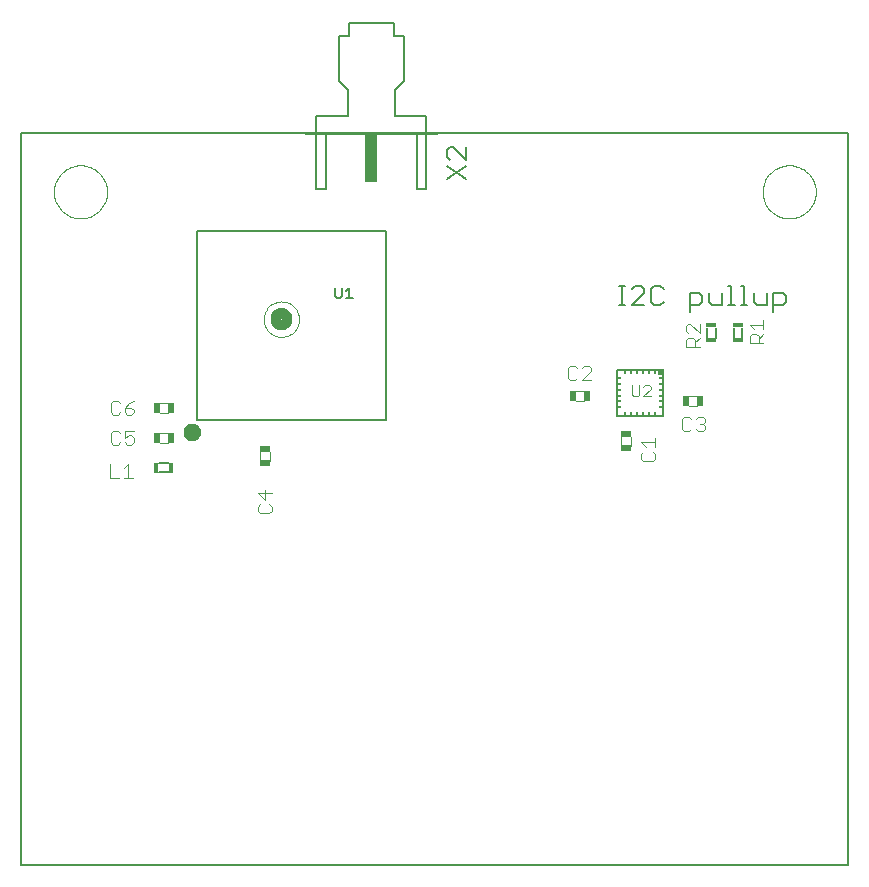
<source format=gto>
G75*
G70*
%OFA0B0*%
%FSLAX24Y24*%
%IPPOS*%
%LPD*%
%AMOC8*
5,1,8,0,0,1.08239X$1,22.5*
%
%ADD10C,0.0000*%
%ADD11C,0.0060*%
%ADD12C,0.0050*%
%ADD13C,0.0080*%
%ADD14R,0.0098X0.0167*%
%ADD15R,0.0167X0.0098*%
%ADD16R,0.0197X0.0197*%
%ADD17C,0.0030*%
%ADD18R,0.0340X0.0160*%
%ADD19C,0.0040*%
%ADD20R,0.0374X0.0197*%
%ADD21R,0.0197X0.0374*%
%ADD22C,0.0320*%
%ADD23C,0.0070*%
%ADD24R,0.0394X0.1604*%
%ADD25R,0.0160X0.0340*%
D10*
X000180Y000500D02*
X000180Y024909D01*
X027739Y024909D01*
X027739Y000500D01*
X000180Y000500D01*
X008254Y018697D02*
X008256Y018745D01*
X008262Y018793D01*
X008272Y018840D01*
X008285Y018886D01*
X008303Y018931D01*
X008323Y018975D01*
X008348Y019017D01*
X008376Y019056D01*
X008406Y019093D01*
X008440Y019127D01*
X008477Y019159D01*
X008515Y019188D01*
X008556Y019213D01*
X008599Y019235D01*
X008644Y019253D01*
X008690Y019267D01*
X008737Y019278D01*
X008785Y019285D01*
X008833Y019288D01*
X008881Y019287D01*
X008929Y019282D01*
X008977Y019273D01*
X009023Y019261D01*
X009068Y019244D01*
X009112Y019224D01*
X009154Y019201D01*
X009194Y019174D01*
X009232Y019144D01*
X009267Y019111D01*
X009299Y019075D01*
X009329Y019037D01*
X009355Y018996D01*
X009377Y018953D01*
X009397Y018909D01*
X009412Y018864D01*
X009424Y018817D01*
X009432Y018769D01*
X009436Y018721D01*
X009436Y018673D01*
X009432Y018625D01*
X009424Y018577D01*
X009412Y018530D01*
X009397Y018485D01*
X009377Y018441D01*
X009355Y018398D01*
X009329Y018357D01*
X009299Y018319D01*
X009267Y018283D01*
X009232Y018250D01*
X009194Y018220D01*
X009154Y018193D01*
X009112Y018170D01*
X009068Y018150D01*
X009023Y018133D01*
X008977Y018121D01*
X008929Y018112D01*
X008881Y018107D01*
X008833Y018106D01*
X008785Y018109D01*
X008737Y018116D01*
X008690Y018127D01*
X008644Y018141D01*
X008599Y018159D01*
X008556Y018181D01*
X008515Y018206D01*
X008477Y018235D01*
X008440Y018267D01*
X008406Y018301D01*
X008376Y018338D01*
X008348Y018377D01*
X008323Y018419D01*
X008303Y018463D01*
X008285Y018508D01*
X008272Y018554D01*
X008262Y018601D01*
X008256Y018649D01*
X008254Y018697D01*
X009637Y024875D02*
X014037Y024875D01*
X024885Y022941D02*
X024887Y023000D01*
X024893Y023059D01*
X024903Y023117D01*
X024916Y023175D01*
X024934Y023232D01*
X024955Y023287D01*
X024980Y023341D01*
X025009Y023393D01*
X025041Y023442D01*
X025076Y023490D01*
X025114Y023535D01*
X025155Y023578D01*
X025199Y023618D01*
X025245Y023654D01*
X025294Y023688D01*
X025345Y023718D01*
X025398Y023745D01*
X025453Y023768D01*
X025508Y023787D01*
X025566Y023803D01*
X025624Y023815D01*
X025682Y023823D01*
X025741Y023827D01*
X025801Y023827D01*
X025860Y023823D01*
X025918Y023815D01*
X025976Y023803D01*
X026034Y023787D01*
X026089Y023768D01*
X026144Y023745D01*
X026197Y023718D01*
X026248Y023688D01*
X026297Y023654D01*
X026343Y023618D01*
X026387Y023578D01*
X026428Y023535D01*
X026466Y023490D01*
X026501Y023442D01*
X026533Y023393D01*
X026562Y023341D01*
X026587Y023287D01*
X026608Y023232D01*
X026626Y023175D01*
X026639Y023117D01*
X026649Y023059D01*
X026655Y023000D01*
X026657Y022941D01*
X026655Y022882D01*
X026649Y022823D01*
X026639Y022765D01*
X026626Y022707D01*
X026608Y022650D01*
X026587Y022595D01*
X026562Y022541D01*
X026533Y022489D01*
X026501Y022440D01*
X026466Y022392D01*
X026428Y022347D01*
X026387Y022304D01*
X026343Y022264D01*
X026297Y022228D01*
X026248Y022194D01*
X026197Y022164D01*
X026144Y022137D01*
X026089Y022114D01*
X026034Y022095D01*
X025976Y022079D01*
X025918Y022067D01*
X025860Y022059D01*
X025801Y022055D01*
X025741Y022055D01*
X025682Y022059D01*
X025624Y022067D01*
X025566Y022079D01*
X025508Y022095D01*
X025453Y022114D01*
X025398Y022137D01*
X025345Y022164D01*
X025294Y022194D01*
X025245Y022228D01*
X025199Y022264D01*
X025155Y022304D01*
X025114Y022347D01*
X025076Y022392D01*
X025041Y022440D01*
X025009Y022489D01*
X024980Y022541D01*
X024955Y022595D01*
X024934Y022650D01*
X024916Y022707D01*
X024903Y022765D01*
X024893Y022823D01*
X024887Y022882D01*
X024885Y022941D01*
X001263Y022941D02*
X001265Y023000D01*
X001271Y023059D01*
X001281Y023117D01*
X001294Y023175D01*
X001312Y023232D01*
X001333Y023287D01*
X001358Y023341D01*
X001387Y023393D01*
X001419Y023442D01*
X001454Y023490D01*
X001492Y023535D01*
X001533Y023578D01*
X001577Y023618D01*
X001623Y023654D01*
X001672Y023688D01*
X001723Y023718D01*
X001776Y023745D01*
X001831Y023768D01*
X001886Y023787D01*
X001944Y023803D01*
X002002Y023815D01*
X002060Y023823D01*
X002119Y023827D01*
X002179Y023827D01*
X002238Y023823D01*
X002296Y023815D01*
X002354Y023803D01*
X002412Y023787D01*
X002467Y023768D01*
X002522Y023745D01*
X002575Y023718D01*
X002626Y023688D01*
X002675Y023654D01*
X002721Y023618D01*
X002765Y023578D01*
X002806Y023535D01*
X002844Y023490D01*
X002879Y023442D01*
X002911Y023393D01*
X002940Y023341D01*
X002965Y023287D01*
X002986Y023232D01*
X003004Y023175D01*
X003017Y023117D01*
X003027Y023059D01*
X003033Y023000D01*
X003035Y022941D01*
X003033Y022882D01*
X003027Y022823D01*
X003017Y022765D01*
X003004Y022707D01*
X002986Y022650D01*
X002965Y022595D01*
X002940Y022541D01*
X002911Y022489D01*
X002879Y022440D01*
X002844Y022392D01*
X002806Y022347D01*
X002765Y022304D01*
X002721Y022264D01*
X002675Y022228D01*
X002626Y022194D01*
X002575Y022164D01*
X002522Y022137D01*
X002467Y022114D01*
X002412Y022095D01*
X002354Y022079D01*
X002296Y022067D01*
X002238Y022059D01*
X002179Y022055D01*
X002119Y022055D01*
X002060Y022059D01*
X002002Y022067D01*
X001944Y022079D01*
X001886Y022095D01*
X001831Y022114D01*
X001776Y022137D01*
X001723Y022164D01*
X001672Y022194D01*
X001623Y022228D01*
X001577Y022264D01*
X001533Y022304D01*
X001492Y022347D01*
X001454Y022392D01*
X001419Y022440D01*
X001387Y022489D01*
X001358Y022541D01*
X001333Y022595D01*
X001312Y022650D01*
X001294Y022707D01*
X001281Y022765D01*
X001271Y022823D01*
X001265Y022882D01*
X001263Y022941D01*
D11*
X004760Y013890D02*
X005100Y013890D01*
X005100Y013610D02*
X004760Y013610D01*
X014367Y023366D02*
X015007Y023793D01*
X015007Y024010D02*
X014580Y024437D01*
X014474Y024437D01*
X014367Y024331D01*
X014367Y024117D01*
X014474Y024010D01*
X014367Y023793D02*
X015007Y023366D01*
X015007Y024010D02*
X015007Y024437D01*
X020085Y019796D02*
X020299Y019796D01*
X020192Y019796D02*
X020192Y019155D01*
X020085Y019155D02*
X020299Y019155D01*
X020515Y019155D02*
X020942Y019582D01*
X020942Y019689D01*
X020835Y019796D01*
X020621Y019796D01*
X020515Y019689D01*
X020515Y019155D02*
X020942Y019155D01*
X021159Y019262D02*
X021266Y019155D01*
X021480Y019155D01*
X021586Y019262D01*
X021586Y019689D02*
X021480Y019796D01*
X021266Y019796D01*
X021159Y019689D01*
X021159Y019262D01*
X022448Y019155D02*
X022769Y019155D01*
X022875Y019262D01*
X022875Y019475D01*
X022769Y019582D01*
X022448Y019582D01*
X022448Y018941D01*
X023093Y019262D02*
X023200Y019155D01*
X023520Y019155D01*
X023520Y019582D01*
X023737Y019796D02*
X023844Y019796D01*
X023844Y019155D01*
X023737Y019155D02*
X023951Y019155D01*
X024167Y019155D02*
X024381Y019155D01*
X024274Y019155D02*
X024274Y019796D01*
X024167Y019796D01*
X024597Y019582D02*
X024597Y019262D01*
X024704Y019155D01*
X025024Y019155D01*
X025024Y019582D01*
X025241Y019582D02*
X025562Y019582D01*
X025668Y019475D01*
X025668Y019262D01*
X025562Y019155D01*
X025241Y019155D01*
X025241Y018941D02*
X025241Y019582D01*
X024195Y018420D02*
X024195Y018080D01*
X023915Y018080D02*
X023915Y018420D01*
X023320Y018420D02*
X023320Y018080D01*
X023040Y018080D02*
X023040Y018420D01*
X023093Y019262D02*
X023093Y019582D01*
D12*
X027739Y000500D02*
X000180Y000500D01*
X000180Y024909D01*
X027739Y024909D01*
X027739Y000500D01*
X012330Y015350D02*
X006030Y015350D01*
X006030Y021650D01*
X006227Y021650D01*
X006030Y021650D02*
X012330Y021650D01*
X012133Y021650D01*
X012330Y021650D02*
X012330Y015350D01*
X012330Y021650D01*
X011542Y021650D02*
X006818Y021650D01*
X006030Y021650D02*
X006030Y015350D01*
D13*
X010007Y023044D02*
X010322Y023044D01*
X010322Y024914D01*
X013353Y024914D01*
X013353Y023044D01*
X013668Y023044D01*
X013668Y025485D01*
X013668Y024914D01*
X013668Y025485D02*
X012625Y025485D01*
X012625Y026332D01*
X012920Y026627D01*
X012920Y028123D01*
X012586Y028123D01*
X012586Y028586D01*
X011089Y028586D01*
X011089Y028123D01*
X010755Y028123D01*
X010755Y026627D01*
X011050Y026332D01*
X011050Y025485D01*
X010007Y025485D01*
X010007Y024914D01*
X010007Y025485D02*
X010007Y023044D01*
X020037Y017018D02*
X020037Y015482D01*
X021573Y015482D01*
X021573Y017018D01*
X020037Y017018D01*
D14*
X020313Y016954D03*
X020510Y016954D03*
X020707Y016954D03*
X020903Y016954D03*
X021100Y016954D03*
X021297Y016954D03*
X021297Y015546D03*
X021100Y015546D03*
X020903Y015546D03*
X020707Y015546D03*
X020510Y015546D03*
X020313Y015546D03*
D15*
X020101Y015758D03*
X020101Y015955D03*
X020101Y016152D03*
X020101Y016348D03*
X020101Y016545D03*
X020101Y016742D03*
X021509Y016742D03*
X021509Y016545D03*
X021509Y016348D03*
X021509Y016152D03*
X021509Y015955D03*
X021509Y015758D03*
D16*
X021494Y016939D03*
D17*
X021086Y016495D02*
X020963Y016495D01*
X020901Y016433D01*
X020779Y016495D02*
X020779Y016186D01*
X020718Y016124D01*
X020594Y016124D01*
X020533Y016186D01*
X020533Y016495D01*
X020901Y016124D02*
X021148Y016371D01*
X021148Y016433D01*
X021086Y016495D01*
X021148Y016124D02*
X020901Y016124D01*
D18*
X023180Y018000D03*
X023180Y018500D03*
X024055Y018500D03*
X024055Y018000D03*
D19*
X024450Y017895D02*
X024450Y018125D01*
X024526Y018202D01*
X024680Y018202D01*
X024757Y018125D01*
X024757Y017895D01*
X024910Y017895D02*
X024450Y017895D01*
X024757Y018048D02*
X024910Y018202D01*
X024910Y018355D02*
X024910Y018662D01*
X024910Y018509D02*
X024450Y018509D01*
X024603Y018355D01*
X022785Y018230D02*
X022478Y018537D01*
X022401Y018537D01*
X022325Y018461D01*
X022325Y018307D01*
X022401Y018230D01*
X022401Y018077D02*
X022555Y018077D01*
X022632Y018000D01*
X022632Y017770D01*
X022785Y017770D02*
X022325Y017770D01*
X022325Y018000D01*
X022401Y018077D01*
X022632Y017923D02*
X022785Y018077D01*
X022785Y018230D02*
X022785Y018537D01*
X022695Y016125D02*
X022415Y016125D01*
X022415Y015790D02*
X022695Y015790D01*
X022737Y015435D02*
X022660Y015358D01*
X022737Y015435D02*
X022891Y015435D01*
X022967Y015358D01*
X022967Y015282D01*
X022891Y015205D01*
X022967Y015128D01*
X022967Y015051D01*
X022891Y014975D01*
X022737Y014975D01*
X022660Y015051D01*
X022507Y015051D02*
X022430Y014975D01*
X022277Y014975D01*
X022200Y015051D01*
X022200Y015358D01*
X022277Y015435D01*
X022430Y015435D01*
X022507Y015358D01*
X022814Y015205D02*
X022891Y015205D01*
X021293Y014742D02*
X021293Y014435D01*
X021293Y014588D02*
X020832Y014588D01*
X020986Y014435D01*
X020909Y014281D02*
X020832Y014204D01*
X020832Y014051D01*
X020909Y013974D01*
X021216Y013974D01*
X021293Y014051D01*
X021293Y014204D01*
X021216Y014281D01*
X020483Y014485D02*
X020483Y014765D01*
X020148Y014765D02*
X020148Y014485D01*
X018945Y015981D02*
X018665Y015981D01*
X018665Y016317D02*
X018945Y016317D01*
X018865Y016672D02*
X019172Y016979D01*
X019172Y017055D01*
X019095Y017132D01*
X018941Y017132D01*
X018865Y017055D01*
X018711Y017055D02*
X018634Y017132D01*
X018481Y017132D01*
X018404Y017055D01*
X018404Y016748D01*
X018481Y016672D01*
X018634Y016672D01*
X018711Y016748D01*
X018865Y016672D02*
X019172Y016672D01*
X008524Y012915D02*
X008064Y012915D01*
X008294Y012685D01*
X008294Y012992D01*
X008447Y012531D02*
X008524Y012454D01*
X008524Y012301D01*
X008447Y012224D01*
X008141Y012224D01*
X008064Y012301D01*
X008064Y012454D01*
X008141Y012531D01*
X008129Y013985D02*
X008129Y014265D01*
X008464Y014265D02*
X008464Y013985D01*
X005070Y014580D02*
X004790Y014580D01*
X004790Y014915D02*
X005070Y014915D01*
X005070Y015580D02*
X004790Y015580D01*
X004790Y015915D02*
X005070Y015915D01*
X003922Y015980D02*
X003768Y015904D01*
X003615Y015750D01*
X003845Y015750D01*
X003922Y015673D01*
X003922Y015597D01*
X003845Y015520D01*
X003691Y015520D01*
X003615Y015597D01*
X003615Y015750D01*
X003461Y015597D02*
X003384Y015520D01*
X003231Y015520D01*
X003154Y015597D01*
X003154Y015904D01*
X003231Y015980D01*
X003384Y015980D01*
X003461Y015904D01*
X003384Y014980D02*
X003231Y014980D01*
X003154Y014904D01*
X003154Y014597D01*
X003231Y014520D01*
X003384Y014520D01*
X003461Y014597D01*
X003615Y014597D02*
X003691Y014520D01*
X003845Y014520D01*
X003922Y014597D01*
X003922Y014750D01*
X003845Y014827D01*
X003768Y014827D01*
X003615Y014750D01*
X003615Y014980D01*
X003922Y014980D01*
X003461Y014904D02*
X003384Y014980D01*
X003129Y013880D02*
X003129Y013420D01*
X003436Y013420D01*
X003590Y013420D02*
X003897Y013420D01*
X003743Y013420D02*
X003743Y013880D01*
X003590Y013727D01*
D20*
X008296Y013897D03*
X008296Y014357D03*
X020315Y014397D03*
X020315Y014857D03*
D21*
X019037Y016150D03*
X018577Y016150D03*
X022323Y015957D03*
X022783Y015957D03*
X005162Y015748D03*
X004702Y015748D03*
X004702Y014748D03*
X005162Y014748D03*
D22*
X005749Y014917D02*
X005751Y014939D01*
X005756Y014959D01*
X005766Y014979D01*
X005778Y014997D01*
X005793Y015012D01*
X005811Y015024D01*
X005831Y015034D01*
X005851Y015039D01*
X005873Y015041D01*
X005895Y015039D01*
X005915Y015034D01*
X005935Y015024D01*
X005953Y015012D01*
X005968Y014997D01*
X005980Y014979D01*
X005990Y014959D01*
X005995Y014939D01*
X005997Y014917D01*
X005995Y014895D01*
X005990Y014875D01*
X005980Y014855D01*
X005968Y014837D01*
X005953Y014822D01*
X005935Y014810D01*
X005915Y014800D01*
X005895Y014795D01*
X005873Y014793D01*
X005851Y014795D01*
X005831Y014800D01*
X005811Y014810D01*
X005793Y014822D01*
X005778Y014837D01*
X005766Y014855D01*
X005756Y014875D01*
X005751Y014895D01*
X005749Y014917D01*
X008648Y018697D02*
X008650Y018724D01*
X008656Y018751D01*
X008665Y018777D01*
X008678Y018801D01*
X008694Y018824D01*
X008713Y018843D01*
X008735Y018860D01*
X008759Y018874D01*
X008784Y018884D01*
X008811Y018891D01*
X008838Y018894D01*
X008866Y018893D01*
X008893Y018888D01*
X008919Y018880D01*
X008943Y018868D01*
X008966Y018852D01*
X008987Y018834D01*
X009004Y018813D01*
X009019Y018789D01*
X009030Y018764D01*
X009038Y018738D01*
X009042Y018711D01*
X009042Y018683D01*
X009038Y018656D01*
X009030Y018630D01*
X009019Y018605D01*
X009004Y018581D01*
X008987Y018560D01*
X008966Y018542D01*
X008944Y018526D01*
X008919Y018514D01*
X008893Y018506D01*
X008866Y018501D01*
X008838Y018500D01*
X008811Y018503D01*
X008784Y018510D01*
X008759Y018520D01*
X008735Y018534D01*
X008713Y018551D01*
X008694Y018570D01*
X008678Y018593D01*
X008665Y018617D01*
X008656Y018643D01*
X008650Y018670D01*
X008648Y018697D01*
D23*
X010628Y019469D02*
X010683Y019414D01*
X010793Y019414D01*
X010848Y019469D01*
X010848Y019744D01*
X010996Y019634D02*
X011106Y019744D01*
X011106Y019414D01*
X010996Y019414D02*
X011216Y019414D01*
X010628Y019469D02*
X010628Y019744D01*
D24*
X011837Y024083D03*
D25*
X005180Y013750D03*
X004680Y013750D03*
M02*

</source>
